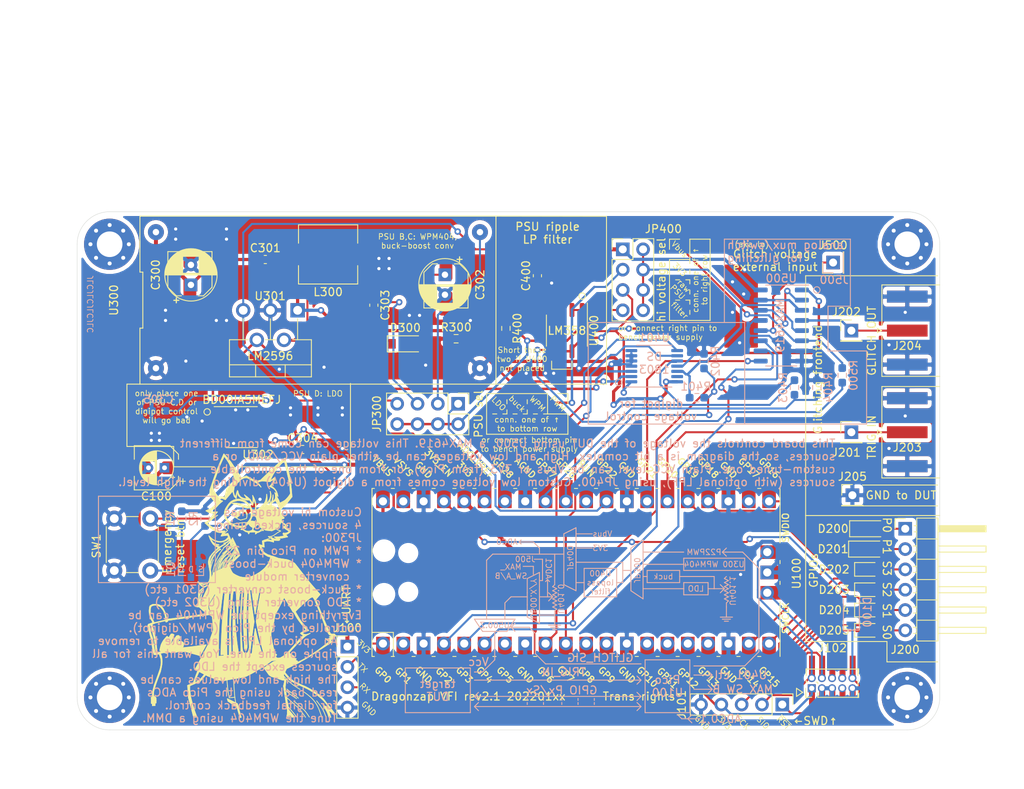
<source format=kicad_pcb>
(kicad_pcb (version 20211014) (generator pcbnew)

  (general
    (thickness 1.6)
  )

  (paper "A4")
  (layers
    (0 "F.Cu" signal)
    (31 "B.Cu" signal)
    (32 "B.Adhes" user "B.Adhesive")
    (33 "F.Adhes" user "F.Adhesive")
    (34 "B.Paste" user)
    (35 "F.Paste" user)
    (36 "B.SilkS" user "B.Silkscreen")
    (37 "F.SilkS" user "F.Silkscreen")
    (38 "B.Mask" user)
    (39 "F.Mask" user)
    (40 "Dwgs.User" user "User.Drawings")
    (41 "Cmts.User" user "User.Comments")
    (42 "Eco1.User" user "User.Eco1")
    (43 "Eco2.User" user "User.Eco2")
    (44 "Edge.Cuts" user)
    (45 "Margin" user)
    (46 "B.CrtYd" user "B.Courtyard")
    (47 "F.CrtYd" user "F.Courtyard")
    (48 "B.Fab" user)
    (49 "F.Fab" user)
  )

  (setup
    (pad_to_mask_clearance 0)
    (pcbplotparams
      (layerselection 0x00010fc_ffffffff)
      (disableapertmacros false)
      (usegerberextensions false)
      (usegerberattributes true)
      (usegerberadvancedattributes true)
      (creategerberjobfile true)
      (svguseinch false)
      (svgprecision 6)
      (excludeedgelayer true)
      (plotframeref false)
      (viasonmask false)
      (mode 1)
      (useauxorigin false)
      (hpglpennumber 1)
      (hpglpenspeed 20)
      (hpglpendiameter 15.000000)
      (dxfpolygonmode true)
      (dxfimperialunits true)
      (dxfusepcbnewfont true)
      (psnegative false)
      (psa4output false)
      (plotreference true)
      (plotvalue true)
      (plotinvisibletext false)
      (sketchpadsonfab false)
      (subtractmaskfromsilk false)
      (outputformat 1)
      (mirror false)
      (drillshape 0)
      (scaleselection 1)
      (outputdirectory "dragonzap/gerber/")
    )
  )

  (net 0 "")
  (net 1 "GND")
  (net 2 "VBUS")
  (net 3 "+3V3")
  (net 4 "+3.3VADC")
  (net 5 "Net-(D100-Pad1)")
  (net 6 "UART_RX")
  (net 7 "UART_TX")
  (net 8 "/controller/SWDIO")
  (net 9 "/controller/SWCLK")
  (net 10 "Net-(J102-Pad6)")
  (net 11 "Net-(J102-Pad7)")
  (net 12 "Net-(J102-Pad8)")
  (net 13 "GPIO_P0D")
  (net 14 "GPIO_P0W")
  (net 15 "GPIO_P1D")
  (net 16 "GPIO_P1W")
  (net 17 "TRIG_IN")
  (net 18 "GLITCH_OUT")
  (net 19 "P22PWM")
  (net 20 "ADC0")
  (net 21 "ADC1")
  (net 22 "Net-(U100-Pad34)")
  (net 23 "Net-(U100-Pad39)")
  (net 24 "GPIO_S3W")
  (net 25 "GPIO_S3D")
  (net 26 "GPIO_S2W")
  (net 27 "GPIO_S2D")
  (net 28 "GPIO_S1W")
  (net 29 "GPIO_S1D")
  (net 30 "GPIO_S0W")
  (net 31 "GPIO_S0D")
  (net 32 "DPOT_DAT")
  (net 33 "DPOT_CLK")
  (net 34 "Net-(U100-Pad7)")
  (net 35 "MAX_SW_B")
  (net 36 "MAX_SW_A")
  (net 37 "MAX_EN")
  (net 38 "DPOT_HI")
  (net 39 "Net-(C400-Pad1)")
  (net 40 "Net-(D300-Pad1)")
  (net 41 "Vdcflt")
  (net 42 "Vdclo")
  (net 43 "GLITCH_SIG")
  (net 44 "DPOT_W")
  (net 45 "/glitchout/Vglitch_lo")
  (net 46 "DPOT_LO")
  (net 47 "Net-(U100-Pad30)")
  (net 48 "Net-(JP400-Pad4)")
  (net 49 "Net-(JP300-Pad2)")
  (net 50 "Net-(C302-Pad1)")
  (net 51 "Net-(C305-Pad1)")
  (net 52 "EMERG_SHDN")
  (net 53 "~{EMERG_SHDN}")
  (net 54 "Net-(U401-Pad13)")
  (net 55 "Net-(U302-Pad4)")
  (net 56 "Net-(U302-Pad7)")
  (net 57 "Net-(U302-Pad6)")
  (net 58 "Net-(R403-Pad1)")
  (net 59 "Net-(J500-Pad1)")
  (net 60 "/glitchout/Vdclo_def")

  (footprint "Diode_SMD:D_SOD-123" (layer "F.Cu") (at 135.128 80.899))

  (footprint "Diode_SMD:D_SOD-123" (layer "F.Cu") (at 192.786 106.553))

  (footprint "Diode_SMD:D_SOD-123" (layer "F.Cu") (at 192.913 104.013))

  (footprint "Capacitor_SMD:CP_Elec_5x5.3" (layer "F.Cu") (at 108.204 72.136 90))

  (footprint "Capacitor_SMD:CP_Elec_5x5.3" (layer "F.Cu") (at 104.013 96.393 180))

  (footprint "Capacitor_SMD:C_0603_1608Metric_Pad1.08x0.95mm_HandSolder" (layer "F.Cu") (at 117.6285 70.358))

  (footprint "Capacitor_THT:CP_Radial_D6.3mm_P2.50mm" (layer "F.Cu") (at 140.081 72.263 -90))

  (footprint "Capacitor_SMD:C_0603_1608Metric_Pad1.08x0.95mm_HandSolder" (layer "F.Cu") (at 131.191 76.073 -90))

  (footprint "Capacitor_SMD:C_0603_1608Metric_Pad1.08x0.95mm_HandSolder" (layer "F.Cu") (at 151.638 72.39 90))

  (footprint "Diode_SMD:D_SOD-323" (layer "F.Cu") (at 192.786 109.093))

  (footprint "Diode_SMD:D_SOD-323" (layer "F.Cu") (at 192.786 111.633))

  (footprint "Diode_SMD:D_SOD-323" (layer "F.Cu") (at 192.786 114.173))

  (footprint "Diode_SMD:D_SOD-323" (layer "F.Cu") (at 192.786 116.713))

  (footprint "MountingHole:MountingHole_3.2mm_M3_Pad_Via" (layer "F.Cu") (at 98.171 68.453))

  (footprint "MountingHole:MountingHole_3.2mm_M3_Pad_Via" (layer "F.Cu") (at 197.866 125.095))

  (footprint "MountingHole:MountingHole_3.2mm_M3_Pad_Via" (layer "F.Cu") (at 197.866 68.453))

  (footprint "lethalbit-connectors:FTSH-105-01-L-DV-K-TR" (layer "F.Cu") (at 188.501354 123.314))

  (footprint "Connector_PinHeader_2.54mm:PinHeader_1x06_P2.54mm_Horizontal" (layer "F.Cu") (at 197.612 104.013))

  (footprint "Connector_PinHeader_2.54mm:PinHeader_1x01_P2.54mm_Vertical" (layer "F.Cu") (at 190.881 91.948))

  (footprint "Connector_Coaxial:SMA_Amphenol_132289_EdgeMount" (layer "F.Cu") (at 197.866 79.248))

  (footprint "Inductor_SMD:L_7.3x7.3_H4.5" (layer "F.Cu") (at 125.476 69.723))

  (footprint "Resistor_SMD:R_0603_1608Metric_Pad0.98x0.95mm_HandSolder" (layer "F.Cu") (at 141.478 80.264))

  (footprint "Resistor_SMD:R_0603_1608Metric_Pad0.98x0.95mm_HandSolder" (layer "F.Cu") (at 147.701 78.968 -90))

  (footprint "Button_Switch_THT:SW_PUSH_6mm" (layer "F.Cu") (at 103.251 102.743 -90))

  (footprint "chip-bo:VMA404-Module-THT" (layer "F.Cu") (at 124.206 75.438))

  (footprint "Package_TO_SOT_THT:TO-220-5_P3.4x3.7mm_StaggerOdd_Lead3.8mm_Vertical" (layer "F.Cu") (at 121.666 76.708 180))

  (footprint "Package_SO:SO-8_3.9x4.9mm_P1.27mm" (layer "F.Cu") (at 155.321 79.248 -90))

  (footprint "Connector_Coaxial:SMA_Amphenol_132289_EdgeMount" (layer "F.Cu") (at 197.866 91.948))

  (footprint "Connector_PinHeader_2.54mm:PinHeader_1x01_P2.54mm_Vertical" (layer "F.Cu") (at 190.881 79.248))

  (footprint "Package_SO:HSOP-8-1EP_3.9x4.9mm_P1.27mm_EP2.41x3.1mm" (layer "F.Cu") (at 114.681 91.313))

  (footprint "Capacitor_THT:CP_Radial_D4.0mm_P2.00mm" (layer "F.Cu") (at 105.029 96.393 180))

  (footprint "Capacitor_SMD:C_0603_1608Metric_Pad1.08x0.95mm_HandSolder" (layer "F.Cu") (at 122.301 94.107))

  (footprint "MountingHole:MountingHole_3.2mm_M3_Pad_Via" (layer "F.Cu") (at 98.171 125.095))

  (footprint "graphics:xenia" (layer "F.Cu")
    (tedit 61C154B6) (tstamp 00000000-0000-0000-0000-000061cb4a93)
    (at 116.078 111.252)
    (attr through_hole)
    (fp_text reference "GFX1" (at 0 0.5) (layer "F.SilkS") hide
      (effects (font (size 1 1) (thickness 0.15)))
      (tstamp af955edb-4849-4b65-b9d3-15c31dc09130)
    )
    (fp_text value "xenia" (at 0 -0.5) (layer "F.Fab")
      (effects (font (size 1 1) (thickness 0.15)))
      (tstamp 4b80a0c2-a6b8-4a3a-946d-9c751151a81a)
    )
    (fp_line (start -2.699243 0.577159) (end -2.482265 0.538041) (layer "F.SilkS") (width 0.1) (tstamp 004f1cac-5431-476d-8d12-f0d7e1d2971c))
    (fp_line (start 0.998035 -5.007568) (end 1.417534 -4.961009) (layer "F.SilkS") (width 0.1) (tstamp 02565f97-cd17-42be-94e0-c07f1614224c))
    (fp_line (start -1.058579 -11.47949) (end -0.715232 -10.946633) (layer "F.SilkS") (width 0.1) (tstamp 02dfc196-d6a5-419a-a42c-6b68de976338))
    (fp_line (start 5.099335 3.181341) (end 5.269838 3.103317) (layer "F.SilkS") (width 0.1) (tstamp 037de9aa-a34e-4431-8769-841d7d04060a))
    (fp_line (start -3.235395 -12.265232) (end -3.548467 -11.102808) (layer "F.SilkS") (width 0.1) (tstamp 0392df2f-b1af-48ff-aa24-2cc5cb8498b9))
    (fp_line (start -1.200487 -7.170056) (end -1.189857 -7.253607) (layer "F.SilkS") (width 0.1) (tstamp 03ceb6fa-e744-4405-b1b0-49ed782742c2))
    (fp_line (start -0.760132 -9.099812) (end -0.705707 -9.066646) (layer "F.SilkS") (width 0.1) (tstamp 04748a16-5476-4809-b159-9184ff58426c))
    (fp_line (start 4.58187 15.913862) (end 4.53935 16.318734) (layer "F.SilkS") (width 0.1) (tstamp 047ad835-c24f-4b94-8c87-da79f6183cc4))
    (fp_line (start -0.753754 -8.930796) (end -0.760132 -9.099812) (layer "F.SilkS") (width 0.1) (tstamp 0653ab69-e029-4b96-ac20-3fc5f586df4c))
    (fp_line (start 3.952132 10.372397) (end 3.479802 11.455544) (layer "F.SilkS") (width 0.1) (tstamp 0778d228-2b23-458f-a853-33dfe5d5d4fb))
    (fp_line (start -0.271007 -9.616787) (end -0.136007 -9.641874) (layer "F.SilkS") (width 0.1) (tstamp 07a6c6d8-e1c1-4f8f-af69-dfa81e0f4ba2))
    (fp_line (start -0.050733 -7.071495) (end -0.446932 -6.922464) (layer "F.SilkS") (width 0.1) (tstamp 0971e15a-5aee-4a87-83db-9158094b4670))
    (fp_line (start 0.017488 -7.081572) (end 0.065961 -7.361267) (layer "F.SilkS") (width 0.1) (tstamp 0a2dcef2-f4fa-403a-9225-8dae005dca8c))
    (fp_line (start 10.256122 6.014427) (end 10.165768 5.934065) (layer "F.SilkS") (width 0.1) (tstamp 0a998541-d8f3-40a0-8891-39bc18400019))
    (fp_line (start -0.097144 8.381542) (end -0.383216 8.400676) (layer "F.SilkS") (width 0.1) (tstamp 0ae1d5d9-ff38-4df1-bf18-dd6cd8c70511))
    (fp_line (start 1.655283 -10.326037) (end 1.550897 -10.19699) (layer "F.SilkS") (width 0.1) (tstamp 0ba84243-70c7-48df-bdf9-a84868bb200d))
    (fp_line (start -2.68655 -9.085993) (end -2.768188 -9.031568) (layer "F.SilkS") (width 0.1) (tstamp 0d0df2ac-f3f7-482e-ba7c-5f666b048a62))
    (fp_line (start 10.384191 6.087349) (end 10.027621 6.192797) (layer "F.SilkS") (width 0.1) (tstamp 0dc2cd70-6de8-45e8-a340-01c8679e5b63))
    (fp_line (start 3.76579 -6.598166) (end 3.956065 -6.349596) (layer "F.SilkS") (width 0.1) (tstamp 0ee88c70-b4a6-4a69-8494-c8cddbda5aef))
    (fp_line (start -3.619092 -4.014223) (end -4.053048 -3.440186) (layer "F.SilkS") (width 0.1) (tstamp 0fc4267c-2119-444e-b3b2-d8a7bd88ec8a))
    (fp_line (start -11.079063 8.253324) (end -11.346087 8.129166) (layer "F.SilkS") (width 0.1) (tstamp 1088c273-6236-415b-85a3-3a7f49436fe6))
    (fp_line (start 3.824042 -6.69915) (end 3.76579 -6.598166) (layer "F.SilkS") (width 0.1) (tstamp 110e359e-5f88-4430-8754-51124b3f8591))
    (fp_line (start -0.714593 0.406931) (end -0.462154 0.396301) (layer "F.SilkS") (width 0.1) (tstamp 113c2e5c-5d21-44b9-9699-61a03d05b219))
    (fp_line (start -0.584419 -9.95518) (end -0.614608 -10.023849) (layer "F.SilkS") (width 0.1) (tstamp 12a70400-b291-4d8b-93c0-ccb9a5f9af47))
    (fp_line (start 4.141983 11.615802) (end 4.027392 12.553106) (layer "F.SilkS") (width 0.1) (tstamp 1344c258-0a0e-4ec4-be37-1204c6a78d6a))
    (fp_line (start -2.058896 -8.588768) (end -1.816151 -8.800516) (layer "F.SilkS") (width 0.1) (tstamp 15726e40-44c3-4dfd-b1e6-c5949c00a75b))
    (fp_line (start 0.52883 -6.767394) (end 0.711452 -6.798434) (layer "F.SilkS") (width 0.1) (tstamp 1699bc09-f09e-4839-81f2-9ca65ce464d7))
    (fp_line (start -3.785279 -2.270788) (end -4.94377 -1.700982) (layer "F.SilkS") (width 0.1) (tstamp 16f5debb-7b35-41b9-bae0-84ba2f44a466))
    (fp_line (start -10.705294 4.290126) (end -10.773113 4.101764) (layer "F.SilkS") (width 0.1) (tstamp 17231e44-85ac-4aa3-a964-cf2197ceeee6))
    (fp_line (start -2.023604 -4.398792) (end -2.056557 -4.497672) (layer "F.SilkS") (width 0.1) (tstamp 175390ca-dcdb-4f63-8291-35ba8b07b140))
    (fp_line (start 9.062594 6.501448) (end 9.545575 6.870816) (layer "F.SilkS") (width 0.1) (tstamp 1819c0cd-3f0e-40a5-b093-f1bbee1c4b62))
    (fp_line (start -11.346087 8.129166) (end -11.962622 8.269056) (layer "F.SilkS") (width 0.1) (tstamp 1a52c975-2989-40aa-8d45-ddfa7f62da20))
    (fp_line (start -10.835617 4.409819) (end -10.692538 4.354544) (layer "F.SilkS") (width 0.1) (tstamp 1a6fe569-c5e5-4a21-a4ea-d60011b774d2))
    (fp_line (start 2.164541 -3.875056) (end 2.231509 -3.690096) (layer "F.SilkS") (width 0.1) (tstamp 1aac4077-bad0-4463-b828-61cc63a5ccc0))
    (fp_line (start -12.443584 14.541092) (end -12.110825 14.518557) (layer "F.SilkS") (width 0.1) (tstamp 1b2910e6-315c-4be6-b9e1-e1c7b037fc23))
    (fp_line (start -2.922258 -2.660056) (end -1.647369 -3.924825) (layer "F.SilkS") (width 0.1) (tstamp 1b2cb8f7-8af3-444a-a537-e59bc9bc19b4))
    (fp_line (start 1.355455 -5.598039) (end 1.813796 -5.730063) (layer "F.SilkS") (width 0.1) (tstamp 1bc22e41-50b0-4676-86e9-a264ed264ea5))
    (fp_line (start 5.416744 9.020209) (end 5.234122 9.134162) (layer "F.SilkS") (width 0.1) (tstamp 1dea7a53-5cac-46c5-8231-53d33f12b777))
    (fp_line (start -12.551074 13.779714) (end -12.706696 13.860076) (layer "F.SilkS") (width 0.1) (tstamp 1e0670b1-a793-48f4-9da3-84fa0c929ebd))
    (fp_line (start -10.667452 4.294378) (end -10.705294 4.290126) (layer "F.SilkS") (width 0.1) (tstamp 1f9097e7-c345-4ea0-87cd-6931bd3e5e20))
    (fp_line (start 9.552655 6.270651) (end 9.957527 6.281281) (layer "F.SilkS") (width 0.1) (tstamp 201a0ca7-5d89-410f-baa8-63fe4094eb66))
    (fp_line (start 5.210438 16.322837) (end 4.525042 15.474081) (layer "F.SilkS") (width 0.1) (tstamp 20ec6350-74a5-4d42-b316-fcebf33d4f1f))
    (fp_line (start -12.281945 6.716322) (end -12.091032 8.313426) (layer "F.SilkS") (width 0.1) (tstamp 210b172c-b965-4a60-99f4-39f3cf0b0a90))
    (fp_line (start -0.136007 -9.641597) (end -0.271007 -9.616511) (layer "F.SilkS") (width 0.1) (tstamp 21fe163d-5c16-42b5-8408-6e6165b7b3e7))
    (fp_line (start 1.551599 -10.196373) (end 1.654071 -10.325909) (layer "F.SilkS") (width 0.1) (tstamp 24336cbb-ed5d-44b0-bf02-d11ae0331fac))
    (fp_line (start 3.531508 -8.094774) (end 3.55787 -8.163018) (layer "F.SilkS") (width 0.1) (tstamp 267be05a-0275-4937-bf0c-a7a54781ce5a))
    (fp_line (start -8.918702 7.383456) (end -8.770521 7.262913) (layer "F.SilkS") (width 0.1) (tstamp 278c08c8-62b2-42d5-ba30-8cbcfc259807))
    (fp_line (start -2.768188 -9.031568) (end -2.728921 -9.000571) (layer "F.SilkS") (width 0.1) (tstamp 280b0630-d0d3-42bc-a3bf-d42ba3faa203))
    (fp_line (start -2.839558 -5.555073) (end -2.839345 -5.555094) (layer "F.SilkS") (width 0.1) (tstamp 28fad468-16c1-495b-a9b8-03671489953a))
    (fp_line (start 2.94212 8.502787) (end 2.707113 8.306559) (layer "F.SilkS") (width 0.1) (tstamp 29247d4e-2970-4492-af98-cbe5a7c43fda))
    (fp_line (start -2.567432 -10.399893) (end -2.567432 -10.400064) (layer "F.SilkS") (width 0.1) (tstamp 2bbea1b1-e705-490b-b432-497187335772))
    (fp_line (start -10.724534 4.222797) (end -10.772326 4.101105) (layer "F.SilkS") (width 0.1) (tstamp 2bd2d474-3a38-4ffe-b461-01e9a7bfe422))
    (fp_line (start -0.950855 -13.622907) (end -0.731411 -13.622907) (layer "F.SilkS") (width 0.1) (tstamp 2e49cb80-72d5-4c7c-ad59-9d99ad1c9f65))
    (fp_line (start 0.823747 -9.734949) (end 1.307154 -10.144201) (layer "F.SilkS") (width 0.1) (tstamp 2eb5c7ae-ece1-4fed-b4e9-592cfba8365c))
    (fp_line (start 7.845447 1.604775) (end 7.734896 1.654948) (layer "F.SilkS") (width 0.1) (tstamp 2f4248fc-bac1-4746-8fce-b7d7e338527c))
    (fp_line (start -3.250381 11.652943) (end -2.433578 11.510927) (layer "F.SilkS") (width 0.1) (tstamp 2f670aab-9e89-41fe-876d-bce239efa431))
    (fp_line (start 0.832973 -5.261113) (end 0.774721 -5.194995) (layer "F.SilkS") (width 0.1) (tstamp 2fab88e5-3684-4e86-847a-a61e40f2929d))
    (fp_line (start -3.692013 -6.537745) (end -3.495785 -6.948273) (layer "F.SilkS") (width 0.1) (tstamp 307d06a5-a22d-4946-8b80-4f092fd73e46))
    (fp_line (start -0.419655 -9.922015) (end -0.584419 -9.95518) (layer "F.SilkS") (width 0.1) (tstamp 30834466-df1e-45cc-9752-de058ac1c411))
    (fp_line (start -1.29977 -7.131533) (end -0.950173 -6.910133) (layer "F.SilkS") (width 0.1) (tstamp 33745c76-493d-4e4a-a755-f97ece143302))
    (fp_line (start 2.911548 -11.493032) (end 3.13129 -11.295316) (layer "F.SilkS") (width 0.1) (tstamp 34fece71-a06e-47e2-b5dc-947ddf87b09e))
    (fp_line (start -2.265074 13.81847) (end -2.435578 11.510119) (layer "F.SilkS") (width 0.1) (tstamp 3525d7fb-9fbb-407a-b98f-dbe710a5769f))
    (fp_line (start 2.337853 -6.991643) (end 2.882955 -7.225459) (layer "F.SilkS") (width 0.1) (tstamp 39bba2de-58c8-476c-98e2-bfd08f6032b9))
    (fp_line (start 0.636661 -7.835255) (end 0.978307 -7.395325) (layer "F.SilkS") (width 0.1) (tstamp 3a95a55b-8a78-4e07-8313-782b4be21acd))
    (fp_line (start -0.023819 -7.012265) (end -0.050733 -7.071495) (layer "F.SilkS") (width 0.1) (tstamp 3b6c68ad-83f1-4a2b-98c7-df1fa569cc7b))
    (fp_line (start -1.479203 -7.201053) (end -1.470699 -7.127281) (layer "F.SilkS") (width 0.1) (tstamp 3c1baf09-a0fa-4d5b-9e19-dad36989c504))
    (fp_line (start 0.636957 -7.835127) (end 0.567013 -8.025403) (layer "F.SilkS") (width 0.1) (tstamp 3c8fa5c9-e85d-47eb-8ff6-525f12f1e0f8))
    (fp_line (start 5.077543 8.647949) (end 4.922346 8.701524) (layer "F.SilkS") (width 0.1) (tstamp 40305e0e-c9f1-49e6-9a11-38396c5aad44))
    (fp_line (start 3.802463 11.057008) (end 4.193772 10.248454) (layer "F.SilkS") (width 0.1) (tstamp 4213bb43-a38a-4b14-8bc2-c3c7ea3d73b0))
    (fp_line (start -3.415423 -5.326615) (end -3.508541 -5.332993) (layer "F.SilkS") (width 0.1) (tstamp 4274c955-0ff2-4ffd-b308-32c7740d7229))
    (fp_line (start -0.53786 -6.616024) (end -0.522978 -6.728701) (layer "F.SilkS") (width 0.1) (tstamp 42bc3c7f-b3b6-4f0c-a537-b14815fbc249))
    (fp_line (start 5.09942 3.182085) (end 5.099335 3.181341) (layer "F.SilkS") (width 0.1) (tstamp 4338d29b-6c04-409d-875e-313e19a0fd23))
    (fp_line (start -8.901056 7.197645) (end -8.941025 7.197645) (layer "F.SilkS") (width 0.1) (tstamp 438bd43d-22e5-4570-965f-181e769703d4))
    (fp_line (start 0.321759 -6.836064) (end 0.360027 -6.835298) (layer "F.SilkS") (width 0.1) (tstamp 4392324d-9081-4a90-a8f8-034039c26428))
    (fp_line (start -4.421864 -8.927692) (end -5.015118 -8.576139) (layer "F.SilkS") (width 0.1) (tstamp 43beef6b-84fd-4602-9d39-3c51fadccc5b))
    (fp_line (start -10.692538 4.354544) (end -10.667452 4.294378) (layer "F.SilkS") (width 0.1) (tstamp 43daede3-09f4-4370-a4cd-1742a0f3e737))
    (fp_line (start 5.004133 3.149642) (end 5.10129 3.181957) (layer "F.SilkS") (width 0.1) (tstamp 43f6715d-6047-4a53-9965-45b03d6a45a3))
    (fp_line (start -4.381109 -11.064391) (end -4.310739 -11.182596) (layer "F.SilkS") (width 0.1) (tstamp 44a3d6e0-81da-4c53-981a-168ed3134773))
    (fp_line (start -0.023841 -7.012478) (end 0.260403 -6.891084) (layer "F.SilkS") (width 0.1) (tstamp 455224ec-2cfb-4dcc-94d6-2eef7f2439f1))
    (fp_line (start -5.490765 3.472622) (end -7.838808 3.820986) (layer "F.SilkS") (width 0.1) (tstamp 456f3608-87cf-433a-aedd-b2464bdf3711))
    (fp_line (start 0.359176 -6.835298) (end 0.320909 -6.836064) (layer "F.SilkS") (width 0.1) (tstamp 46088382-79ac-4353-aa89-fc04c12ff305))
    (fp_line (start 3.761942 -7.448985) (end 4.562098 -6.916851) (layer "F.SilkS") (width 0.1) (tstamp 46331abf-ef2b-44f7-8e7b-2addf2a04973))
    (fp_line (start -3.623323 8.650245) (end -4.324302 8.722316) (layer "F.SilkS") (width 0.1) (tstamp 4791f0c8-eca1-472a-b5e7-1c3eff883c30))
    (fp_line (start 4.773995 8.430886) (end 4.588609 8.485737) (layer "F.SilkS") (width 0.1) (tstamp 4792c2b5-7bb0-4ba2-b6f2-3ef1f0e802ce))
    (fp_line (start 4.90149 16.307955) (end 5.210438 16.322837) (layer "F.SilkS") (width 0.1) (tstamp 48eb0b93-a5c1-4cfc-924a-acc48d7a1400))
    (fp_line (start -5.027428 3.476363) (end -5.115231 3.542269) (layer "F.SilkS") (width 0.1) (tstamp 49c7cb3f-a658-4999-a305-f40b4dfcb82f))
    (fp_line (start -10.87027 4.151512) (end -10.85964 4.243567) (layer "F.SilkS") (width 0.1) (tstamp 4a1cfed3-30cf-4c54-9500-d2ce3443bf5d))
    (fp_line (start 4.867007 -11.229325) (end 4.695227 -11.592231) (layer "F.SilkS") (width 0.1) (tstamp 4b350e10-f521-4ea2-b8db-8f9036604b5f))
    (fp_line (start -2.982275 0.584047) (end -3.46566 0.614236) (layer "F.SilkS") (width 0.1) (tstamp 4b8be3ff-4f25-49f4-9eee-d26026895d38))
    (fp_line (start 2.98583 -11.581707) (end 2.741129 -11.748809) (layer "F.SilkS") (width 0.1) (tstamp 4c0cd657-4a0d-4409-9555-bb1ce90e34ed))
    (fp_line (start 1.550897 -10.19699) (end 1.669101 -10.238234) (layer "F.SilkS") (width 0.1) (tstamp 4c4881cd-1350-4a28-b356-f3643fc5503d))
    (fp_line (start -6.083766 0.076404) (end -5.819251 -0.058596) (layer "F.SilkS") (width 0.1) (tstamp 4f61ecac-c991-4ada-87f6-95087892525e))
    (fp_line (start 1.242735 10.054437) (end 1.22105 9.974287) (layer "F.SilkS") (width 0.1) (tstamp 50cd2860-5a3b-49f4-b0e5-143db7d397c7))
    (fp_line (start -8.961434 7.519094) (end -8.918702 7.383456) (layer "F.SilkS") (width 0.1) (tstamp 511ca6ca-1c86-41e8-b3f2-11a64d5df8db))
    (fp_line (start 4.879742 8.498492) (end 4.786411 8.608406) (layer "F.SilkS") (width 0.1) (tstamp 518648e5-4c77-424a-b965-aef22f525c53))
    (fp_line (start -2.482371 0.53921) (end -2.699349 0.578328) (layer "F.SilkS") (width 0.1) (tstamp 52c6d709-bf2c-4bb8-aab3-486121f784ad))
    (fp_line (start 2.196154 -10.312303) (end 2.152146 -10.847902) (layer "F.SilkS") (width 0.1) (tstamp 52f557c6-497a-45d3-b9e2-7c54cb5ca23a))
    (fp_line (start -12.208875 14.527699) (end -12.324316 14.531951) (layer "F.SilkS") (width 0.1) (tstamp 52f9f752-d599-45aa-84e7-067d4712d497))
    (fp_line (start -7.212683 10.307067) (end -6.744393 10.596839) (layer "F.SilkS") (width 0.1) (tstamp 5341f75f-445e-45d6-8d7c-693459db4b8f))
    (fp_line (start -12.503345 4.528492) (end -13.04073 4.7092) (layer "F.SilkS") (width 0.1) (tstamp 55366e14-cec9-493d-901d-448b04d2f286))
    (fp_line (start 4.588609 8.485737) (end 4.879742 8.498492) (layer "F.SilkS") (width 0.1) (tstamp 580bcbef-c9c2-457f-8868-2dffbabb4aea))
    (fp_line (start 10.027621 6.192797) (end 10.256122 6.014427) (layer "F.SilkS") (width 0.1) (tstamp 5992c750-33c2-4cd0-8fc1-226c3984215d))
    (fp_line (start -10.857408 4.242058) (end -10.859577 4.243461) (layer "F.SilkS") (width 0.1) (tstamp 5a0ec604-4c22-4400-9220-19e76cf5f05c))
    (fp_line (start -13.04073 4.7092) (end -13.11599 4.844838) (layer "F.SilkS") (width 0.1) (tstamp 5aeb1e78-7ed8-446f-a1fa-e72019642e8e))
    (fp_line (start 2.278047 -6.178114) (end 2.254661 -6.053744) (layer "F.SilkS") (width 0.1) (tstamp 5b182f66-b0c8-4347-9c9e-3ee95097eabe))
    (fp_line (start 3.878467 -6.660457) (end 3.824042 -6.69915) (layer "F.SilkS") (width 0.1) (tstamp 5b1d9dd6-e256-4086-9ce7-efa87daa8a99))
    (fp_line (start 3.97269 -7.426811) (end 4.267905 -7.539488) (layer "F.SilkS") (width 0.1) (tstamp 5bce6732-4026-40a9-a828-7e9b55a30ffd))
    (fp_line (start -0.523191 -6.729339) (end -0.516813 -6.620064) (layer "F.SilkS") (width 0.1) (tstamp 5c9a0412-4fb3-44e0-8564-dd1f1d19974f))
    (fp_line (start -1.363486 0.468691) (end -1.262502 0.453809) (layer "F.SilkS") (width 0.1) (tstamp 5d335cde-5d82-409a-94b4-460411cc13b4))
    (fp_line (start -2.790809 -5.240427) (end -2.57719 -5.718179) (layer "F.SilkS") (width 0.1) (tstamp 659697ef-1fff-4bfd-84cb-8690a980c4b2))
    (fp_line (start 0.975627 -7.108827) (end 0.990509 -7.046749) (layer "F.SilkS") (width 0.1) (tstamp 65d3983e-1c45-41bc-a3b4-bd022070289f))
    (fp_line (start -10.859577 4.243461) (end -10.870207 4.151406) (layer "F.SilkS") (width 0.1) (tstamp 66a63530-21d0-4c46-9871-3b13e24c24f3))
    (fp_line (start -3.013421 -6.014668) (end -3.06859 -6.173224) (layer "F.SilkS") (width 0.1) (tstamp 66b7ab9e-b2bf-4ee7-8912-f23a2d210480))
    (fp_line (start 2.798403 8.735837) (end 2.94212 8.502787) (layer "F.SilkS") (width 0.1) (tstamp 66d971b9-10a0-41f4-91b7-1d6842ea0b4d))
    (fp_line (start -0.552019 -7.920528) (end -0.353877 -8.180791) (layer "F.SilkS") (width 0.1) (tstamp 66da1b23-6a31-4d09-b903-23246835c884))
    (fp_line (start -0.516813 -6.620064) (end -0.40371 -6.811827) (layer "F.SilkS") (width 0.1) (tstamp 67dceaff-b3ab-4673-8804-ffccf009d830))
    (fp_line (start -6.790889 2.401721) (end -6.940346 2.395343) (layer "F.SilkS") (width 0.1) (tstamp 687f3fb3-88e1-4140-99d0-932bef1b418f))
    (fp_line (start 4.525042 15.474081) (end 4.581806 15.914436) (layer "F.SilkS") (width 0.1) (tstamp 68c6af70-3963-40f7-a571-68a1083177e1))
    (fp_line (start 3.981279 10.706561) (end 3.921327 10.860227) (layer "F.SilkS") (width 0.1) (tstamp 68e8d19c-3f2e-4510-b728-540a6aad5333))
    (fp_line (start -4.555758 -1.880139) (end -4.770185 -1.786787) (layer "F.SilkS") (width 0.1) (tstamp 6a72c50c-7d61-40e1-9db3-e13eee38f0d7))
    (fp_line (start 4.463814 8.29865) (end 4.587334 8.28802) (layer "F.SilkS") (width 0.1) (tstamp 6ae637ec-7362-4a65-97c0-20e6d5770fa2))
    (fp_line (start 0.831253 0.253265) (end 1.081438 0.212021) (layer "F.SilkS") (width 0.1) (tstamp 6bac8064-9e5b-4360-8ae1-29dc97f679dc))
    (fp_line (start -0.050628 -7.071368) (end -0.023841 -7.012478) (layer "F.SilkS") (width 0.1) (tstamp 6def0e3c-7a9e-4825-984c-dcd13175ed64))
    (fp_line (start -1.482966 16.326622) (end -1.613502 16.326622) (layer "F.SilkS") (width 0.1) (tstamp 7004b745-8e5c-4780-8ef3-3997612a270f))
    (fp_line (start -4.017458 -4.642983) (end -4.118655 -4.734613) (layer "F.SilkS") (width 0.1) (tstamp 720c67b8-4657-41ae-ae43-c8da408b5d9e))
    (fp_line (start 9.500845 16.316587) (end 9.731897 16.316587) (layer "F.SilkS") (width 0.1) (tstamp 747aec7c-69d3-480d-850e-7b5b9dac4015))
    (fp_line (start -5.020625 -8.48823) (end -4.421864 -8.927692) (layer "F.SilkS") (width 0.1) (tstamp 7514181d-4b93-44cc-9ca7-051e857346c5))
    (fp_line (start 1.092131 -7.182599) (end 0.975627 -7.108827) (layer "F.SilkS") (width 0.1) (tstamp 76d5873b-ee9f-4286-852b-3e416f5e58d4))
    (fp_line (start -1.955062 14.629087) (end -1.482966 16.326622) (layer "F.SilkS") (width 0.1) (tstamp 791865d8-d8e2-4bb4-a45d-5c1ab6b1ca50))
    (fp_line (start 3.26967 -5.791504) (end 3.374481 -5.900354) (layer "F.SilkS") (width 0.1) (tstamp 7a194d1a-1282-4094-9dcc-620cb8f217b0))
    (fp_line (start -5.65404 3.373126) (end -5.490765 3.472622) (layer "F.SilkS") (width 0.1) (tstamp 7b3ca537-60ed-4e7b-97f3-871d59b36603))
    (fp_line (start 0.320909 -6.836064) (end 0.323034 -6.596465) (layer "F.SilkS") (width 0.1) (tstamp 7d579949-d2e9-45ae-9698-0cdea149db19))
    (fp_line (start -12.612153 4.669636) (end -12.765862 4.730652) (layer "F.SilkS") (width 0.1) (tstamp 7e3f02e6-08b0-4eba-ad24-218495a9d231))
    (fp_line (start -3.018353 -2.837788) (end -2.922258 -2.660056) (layer "F.SilkS") (width 0.1) (tstamp 7e9a1be5-219f-4a33-9196-b331202ab340))
    (fp_line (start 5.10129 3.181957) (end 5.271794 3.103934) (layer "F.SilkS") (width 0.1) (tstamp 7f2b987d-c54d-48dc-baee-31991a9bc8e8))
    (fp_line (start 4.587334 8.28802) (end 4.484224 8.388366) (layer "F.SilkS") (width 0.1) (tstamp 7fd42837-f5c5-4745-aa29-c722e6e8c542))
    (fp_line (start -12.328568 14.687573) (end -12.454214 14.691825) (layer "F.SilkS") (width 0.1) (tstamp 81426942-03df-4d35-9d29-ababe5398c8c))
    (fp_line (start -5.819251 -0.058596) (end -5.782259 -0.164257) (layer "F.SilkS") (width 0.1) (tstamp 8255a4a1-ab2d-4484-a456-579f6137ea5a))
    (fp_line (start 4.368889 -7.671512) (end 4.228999 -7.648126) (layer "F.SilkS") (width 0.1) (tstamp 831a4f32-12d2-4459-a312-8eb16d9bc613))
    (fp_line (start -8.941025 7.197645) (end -9.07156 7.624543) (layer "F.SilkS") (width 0.1) (tstamp 831bc991-45be-49b7-9a67-d2dfa8b7fc7b))
    (fp_line (start 10.153777 16.03534) (end 10.286013 15.948388) (layer "F.SilkS") (width 0.1) (tstamp 835102f4-9b14-413b-a145-1f010f51931f))
    (fp_line (start -1.200487 -7.170056) (end -1.200487 -7.170056) (layer "F.SilkS") (width 0.1) (tstamp 83e6323e-c1d6-44e5-ace0-3d300f8821e3))
    (fp_line (start -2.951363 8.57658) (end -3.253891 8.612296) (layer "F.SilkS") (width 0.1) (tstamp 84e61ea2-1c29-4ec5-923f-b6010cf9ee5a))
    (fp_line (start -2.231462 -13.327246) (end -3.235395 -12.265232) (layer "F.SilkS") (width 0.1) (tstamp 86915ed6-ec29-4952-8c3f-87e8b2adac8a))
    (fp_line (start -10.908538 4.337111) (end -10.835617 4.409819) (layer "F.SilkS") (width 0.1) (tstamp 86e1da85-bdb0-4d78-b747-ecb447b1b842))
    (fp_line (start -3.195575 14.016357) (end -1.955062 14.629087) (layer "F.SilkS") (width 0.1) (tstamp 877182c1-f7de-4075-b871-3852bba4d685))
    (fp_line (start 0.365554 -6.704763) (end 0.359176 -6.835298) (layer "F.SilkS") (width 0.1) (tstamp 87fb4618-ffba-4098-894c-2a108e97e5a6))
    (fp_line (start -4.244621 -5.197036) (end -4.324345 -5.268894) (layer "F.SilkS") (width 0.1) (tstamp 89c18b9c-1cb9-45ef-bf7e-879d882b206b))
    (fp_line (start -3.548467 -11.102808) (end -3.680278 -11.20443) (layer "F.SilkS") (width 0.1) (tstamp 8b487b8b-12fd-4cf3-8cdb-1ef50af640be))
    (fp_line (start -2.982169 0.583537) (end -2.699243 0.577159) (layer "F.SilkS") (width 0.1) (tstamp 8bcf2b99-1928-47d5-9785-f90fe779323f))
    (fp_line (start -6.682039 1.944741) (end -6.740291 2.002993) (layer "F.SilkS") (width 0.1) (tstamp 8c21236c-b177-4669-8716-36f516ca4a7d))
    (fp_line (start -12.671829 14.588332) (end -12.551286 14.590458) (layer "F.SilkS") (width 0.1) (tstamp 8c412f01-bba7-48e8-b847-df07ecccd1d3))
    (fp_line (start -0.529952 -10.830745) (end -0.519322 -10.91047) (layer "F.SilkS") (width 0.1) (tstamp 8f769b74-1b51-4a11-b217-f7821e4b85b4))
    (fp_line (start 2.697568 -6.216934) (end 3.078204 -5.960583) (layer "F.SilkS") (width 0.1) (tstamp 8ff96613-5ef2-4d3b-a3d6-dd6f490d1fbe))
    (fp_line (start -6.887005 10.525852) (end -6.746477 10.596222) (layer "F.SilkS") (width 0.1) (tstamp 91fab6d6-ef29-432f-80f4-5191a25f896a))
    (fp_line (start -4.650002 0.989642) (end -3.764935 0.613726) (layer "F.SilkS") (width 0.1) (tstamp 93bf1c04-96c6-49e8-9a85-ee6cc4606fcb))
    (fp_line (start 1.219116 9.972799) (end 1.219052 9.973394) (layer "F.SilkS") (width 0.1) (tstamp 93ca340a-e8ae-4e1b-bdac-fe7f0eea36ae))
    (fp_line (start -12.555538 14.874192) (end -12.244166 14.849105) (layer "F.SilkS") (width 0.1) (tstamp 9462ae22-4e7f-462a-824e-86cf308ddca1))
    (fp_line (start -12.123177 8.513863) (end -11.715753 8.379501) (layer "F.SilkS") (width 0.1) (tstamp 95b30749-aec6-48f0-8358-fd329add7197))
    (fp_line (start -10.851137 4.309473) (end -10.908538 4.337111) (layer "F.SilkS") (width 0.1) (tstamp 96116b5a-a0de-4cfe-b1e6-46c282049706))
    (fp_line (start -5.127987 3.687899) (end -5.047837 3.724891) (layer "F.SilkS") (width 0.1) (tstamp 970b75d2-be6a-4922-bf76-1e9d7e25dec5))
    (fp_line (start -1.262502 0.453809) (end -1.013932 0.449557) (layer "F.SilkS") (width 0.1) (tstamp 99fdad4b-67df-4338-ab02-f49dc004d666))
    (fp_line (start 2.998458 8.928026) (end 2.798403 8.735837) (layer "F.SilkS") (width 0.1) (tstamp 9e7cb52f-3bca-40b3-a79f-340d11cdb039))
    (fp_line (start 5.720887 6.712134) (end 6.335254 6.087093) (layer "F.SilkS") (width 0.1) (tstamp 9ec1c8c3-cc5a-45f3-bea9-696588128a47))
    (fp_line (start 1.367277 8.296758) (end 1.095364 8.31164) (layer "F.SilkS") (width 0.1) (tstamp 9fe4ec8e-d675-4b57-9038-b2ad5a9800f8))
    (fp_line (start 3.74706 -7.542316) (end 3.761942 -7.448985) (layer "F.SilkS") (width 0.1) (tstamp a120ec1a-c3ea-4c4e-ad75-54278c183a82))
    (fp_line (start 0.426188 -8.688901) (end 0.566716 -8.025531) (layer "F.SilkS") (width 0.1) (tstamp a21946e4-4c39-4737-801b-2250133670ba))
    (fp_line (start 0.467176 -6.79129) (end 0.365554 -6.704763) (layer "F.SilkS") (width 0.1) (tstamp a2e657e9-8fbb-46fe-96c9-f7babcd4a7d6))
    (fp_line (start -0.464088 -6.840528) (end -0.523191 -6.729339) (layer "F.SilkS") (width 0.1) (tstamp a2eca0c6-0180-41a9-ba6c-74c3cbd500fd))
    (fp_line (start -2.42565 8.523069) (end -2.710361 8.529447) (layer "F.SilkS") (width 0.1) (tstamp a36d7b4b-db39-449f-92b3-ad84819e8020))
    (fp_line (start -3.763999 0.614406) (end -4.65096 0.989557) (layer "F.SilkS") (width 0.1) (tstamp a7238a92-fd90-4f03-97ca-e07dac351f72))
    (fp_line (start 4.267905 -7.539488) (end 4.368889 -7.671512) (layer "F.SilkS") (width 0.1) (tstamp a82dccd0-c2cd-4bf9-86b4-efddd3a8276f))
    (fp_line (start -0.670522 -6.851881) (end -0.53786 -6.616024) (layer "F.SilkS") (width 0.1) (tstamp a94bff12-7060-4bcd-bf86-841cb9e69064))
    (fp_line (start -0.404752 0.396089) (end -0.142746 0.3659) (layer "F.SilkS") (width 0.1) (tstamp abfde176-9928-4197-ac35-08e17e97277e))
    (fp_line (start 3.24756 9.045381) (end 3.4801 8.89316) (layer "F.SilkS") (width 0.1) (tstamp accfdd65-ff36-4857-91ff-9c83807ce9b1))
    (fp_line (start -0.590372 -6.842654) (end -0.464088 -6.840528) (layer "F.SilkS") (width 0.1) (tstamp acdd6813-47a9-43b9-8c0d-c0787f18321e))
    (fp_line (start 10.286013 15.948388) (end 8.789979 14.029963) (layer "F.SilkS") (width 0.1) (tstamp aea808cc-4bf1-43cf-a5ab-50c99cef3fb0))
    (fp_line (start 2.254661 -6.053744) (end 2.371165 -5.944893) (layer "F.SilkS") (width 0.1) (tstamp b0417074-2887-4d2d-b55d-004cff435a65))
    (fp_line (start -0.40371 -6.811827) (end 0.321759 -6.836064) (layer "F.SilkS") (width 0.1) (tstamp b0435ce7-bdba-4ce7-b15a-4c85a5fe1252))
    (fp_line (start 7.847488 1.605774) (end 8.38802 0.97155) (layer "F.SilkS") (width 0.1) (tstamp b2c5b0a8-32de-45f7-9091-78722b095b5b))
    (fp_line (start -2.943709 -5.906668) (end -2.916242 -5.843484) (layer "F.SilkS") (width 0.1) (tstamp b36fe0b5-bec7-4179-a8f9-f7d791244aaa))
    (fp_line (start -1.470699 -7.127281) (end -1.29977 -7.131533) (layer "F.SilkS") (width 0.1) (tstamp b3d2b3b2-eee3-4354-96ae-35ebc3a7e3fd))
    (fp_line (start -2.548723 -6.087781) (end -2.738786 -5.688011) (layer "F.SilkS") (width 0.1) (tstamp b3d7b958-bb22-4eab-8d78-ea0d69d46d8d))
    (fp_line (start 1.596288 -7.079446) (end 2.337853 -6.991643) (layer "F.SilkS") (width 0.1) (tstamp b3e6123a-0f64-4e83-8feb-91055195c388))
    (fp_line (start -2.839345 -5.555094) (end -2.87251 -5.653953) (layer "F.SilkS") (width 0.1) (tstamp b407a461-6c5c-47f0-9bdb-869e25d7cc7f))
    (fp_line (start -3.195469 14.016336) (end -3.195575 14.016357) (layer "F.SilkS") (width 0.1) (tstamp b4ac9ced-c2e0-4836-a46e-6affbff21678))
    (fp_line (start -1.262672 0.453299) (end -1.363656 0.468181) (layer "F.SilkS") (width 0.1) (tstamp b5439700-fda7-4956-b08c-8949e60f6fe5))
    (fp_line (start -1.189857 -7.253607) (end -1.389912 -7.251651) (layer "F.SilkS") (width 0.1) (tstamp b5b9cc39-57c4-4b34-9753-47ab693cf9f1))
    (fp_line (start -1.612056 0.483573) (end -1.363486 0.468691) (layer "F.SilkS") (width 0.1) (tstamp b6faa3d1-9cab-4cf0-bbf1-abc808bc9059))
    (fp_line (start -5.115231 3.542269) (end -5.127987 3.687899) (layer "F.SilkS") (width 0.1) (tstamp b719a6ee-0144-4966-8b91-52a9b865a921))
    (fp_line (start 3.301453 -9.46597) (end 3.588121 -8.53481) (layer "F.SilkS") (width 0.1) (tstamp b766fba3-ed3c-4f2a-a7b1-a58173e2399a))
    (fp_line (start -1.472081 8.437583) (end -1.785579 8.469473) (layer "F.SilkS") (width 0.1) (tstamp b82267cb-6ca9-4610-b2a5-a7ecbb1510d1))
    (fp_line (start -3.680278 -11.20443) (end -4.310717 -11.182319) (layer "F.SilkS") (width 0.1) (tstamp ba105837-9e06-4662-9965-7593b1cae8d0))
    (fp_line (start -0.404795 0.395004) (end -0.462196 0.395218) (layer "F.SilkS") (width 0.1) (tstamp baa08606-faaa-40a4-8243-f2559d90760d))
    (fp_line (start -0.087449 -8.809657) (end 0.146027 -8.894909) (layer "F.SilkS") (width 0.1) (tstamp bc4499ed-d675-4463-a987-f8cd58a9102c))
    (fp_line (start -2.093805 0.514655) (end -1.899489 4.624204) (layer "F.SilkS") (width 0.1) (tstamp be777c60-066a-42c5-a3fc-a93a51cb5f92))
    (fp_line (start 2.371165 -5.944893) (end 2.433244 -5.750579) (layer "F.SilkS") (width 0.1) (tstamp be982124-ae0b-4add-a6d8-2344db80a9aa))
    (fp_line (start -3.612693 8.448277) (end -3.623323 8.650245) (layer "F.SilkS") (width 0.1) (tstamp bf74c99b-6291-4cef-a3b3-a7e4ae401405))
    (fp_line (start -0.578892 -9.823156) (end -0.419655 -9.922015) (layer "F.SilkS") (width 0.1) (tstamp c41543a3-3bad-4682-9e5f-797025664df0))
    (fp_line (start 4.58187 15.913755) (end 4.90149 16.307955) (layer "F.SilkS") (width 0.1) (tstamp c43a9791-6012-406d-8c2c-303c5f2e5e41))
    (fp_line (start -0.353877 -8.180791) (end -0.087449 -8.809657) (layer "F.SilkS") (width 0.1) (tstamp c4416a0d-4e3c-4c32-a29d-3eba7ddf3012))
    (fp_line (start -3.465554 0.613726) (end -2.982169 0.583537) (layer "F.SilkS") (width 0.1) (tstamp c457d6bc-d372-4e5a-9060-512765531115))
    (fp_line (start -4.733128 0.923099) (end -4.650002 0.989642) (layer "F.SilkS") (width 0.1) (tstamp c50299e9-9259-4a70-896e-dc1c1b1ee1d5))
    (fp_line (start -2.922257 -2.659503) (end -3.018352 -2.837236) (layer "F.SilkS") (width 0.1) (tstamp c5f0e625-91e0-4e3b-82aa-8bf5701eb728))
    (fp_line (start -3.764935 0.613726) (end -3.465554 0.613726) (layer "F.SilkS") (width 0.1) (tstamp c898c915-89f5-4003-9fb8-8b0c3f06dfe7))
    (fp_line (start 4.330047 -6.234346) (end 4.089216 -6.498479) (layer "F.SilkS") (width 0.1) (tstamp c95246c9-d5b7-4a1a-acdf-abbfffd5ef88))
    (fp_line (start 4.695249 -11.592294) (end 4.867028 -11.229431) (layer "F.SilkS") (width 0.1) (tstamp c9a2e9f0-afbe-44db-b1e6-81fd64eb369e))
    (fp_line (start -2.468552 -5.478197) (end -2.427308 -5.415056) (layer "F.SilkS") (width 0.1) (tstamp ca7b197f-7808-47de-a461-95f69fe0e8ed))
    (fp_line (start -0.699988 -7.763205) (end -0.552019 -7.920528) (layer "F.SilkS") (width 0.1) (tstamp cb658bfb-bb44-442b-af68-cdf8168ed728))
    (fp_line (start -2.482265 0.538041) (end -2.093805 0.514655) (layer "F.SilkS") (width 0.1) (tstamp cc6a3e5e-2422-44b6-beae-ae2c7fe3db22))
    (fp_line (start 7.736937 1.655947) (end 7.847488 1.605774) (layer "F.SilkS") (width 0.1) (tstamp cd8fc82c-2372-4ab9-b58f-1c5bd1ca2b34))
    (fp_line (start 7.162964 1.383481) (end 7.487049 1.25167) (layer "F.SilkS") (width 0.1) (tstamp cdbabdff-d445-4ad0-8e7c-a52b2d06f74a))
    (fp_line (start -2.265074 13.818492) (end -2.151546 14.500359) (layer "F.SilkS") (width 0.1) (tstamp cdd161f0-22d1-4053-9a0b-ffab3a54d82f))
    (fp_line (start -6.730724 2.520138) (end -6.790889 2.401721) (layer "F.SilkS") (width 0.1) (tstamp cec05737-5b46-47f2-88a5-1b50d72128d9))
    (fp_line (start -10.85964 4.243567) (end -10.851137 4.309473) (layer "F.SilkS") (width 0.1) (tstamp cf686d81-9f88-4310-8cca-09c4155d1a81))
    (fp_line (start 5.423717 9.377374) (end 5.570623 9.455611) (layer "F.SilkS") (width 0.1) (tstamp cfac8b7e-1e41-47ee-8f09-44d931e7ee9a))
    (fp_line (start -0.332851 -6.886832) (end -0.023819 -7.012265) (layer "F.SilkS") (width 0.1) (tstamp cfbc958e-3fb8-49ab-a1a0-0abbb8af3f4b))
    (fp_line (start 2.575111 -5.582519) (end 2.566607 -5.800008) (layer "F.SilkS") (width 0.1) (tstamp d059ffa8-9d81-4f40-b0c7-ef6c05c002ef))
    (fp_line (start 0.978307 -7.395325) (end 1.596288 -7.079446) (layer "F.SilkS") (width 0.1) (tstamp d08ce24e-7717-4be5-87bb-ae091c6d4b8b))
    (fp_line (start -6.740291 2.002993) (end -6.697559 1.323252) (layer "F.SilkS") (width 0.1) (tstamp d4286bc5-3f3a-4659-80b9-42b41fa62ce8))
    (fp_line (start -2.364145 -5.272232) (end -2.325452 -5.192508) (layer "F.SilkS") (width 0.1) (tstamp d6a10cc9-e23d-4cff-880c-1c4e7c655172))
    (fp_line (start -8.810915 7.21274) (end -8.886174 7.308196) (layer "F.SilkS") (width 0.1) (tstamp d7a34f6a-64e4-4184-8b8e-74ea9a437afb))
    (fp_line (start 3.948093 11.551703) (end 3.802463 11.057008) (layer "F.SilkS") (width 0.1) (tstamp d86de366-b062-45a7-bdc6-eee27735041a))
    (fp_line (start 1.219052 9.973394) (end 1.334493 9.873048) (layer "F.SilkS") (width 0.1) (tstamp d98937cd-28a5-40ae-ab04-40417579821b))
    (fp_line (start 0.566716 -8.025531) (end 0.636661 -7.835255) (layer "F.SilkS") (width 0.1) (tstamp d9bcd9a9-a340-401d-98c0-3844ecd370f3))
    (fp_line (start 3.557401 -8.162274) (end 3.530613 -8.09403) (layer "F.SilkS") (width 0.1) (tstamp dc50a505-bdbb-49e4-a166-7ad91ea76a60))
    (fp_line (start 0.360027 -6.835298) (end 0.467176 -6.79129) (layer "F.SilkS") (width 0.1) (tstamp dc907d3a-ade0-4fb2-bac6-3f031f194fac))
    (fp_line (start -12.765862 4.730652) (end -12.281945 6.716322) (layer "F.SilkS") (width 0.1) (tstamp de4ffb7f-166e-4095-8b0a-e385f35bb285))
    (fp_line (start 9.914625 6.87845) (end 9.630849 6.725166) (layer "F.SilkS") (width 0.1) (tstamp e1273b4a-44d2-4a5c-a7b0-ed8c64acacc2))
    (fp_line (start -12.324316 14.531951) (end -12.328568 14.687573) (layer "F.SilkS") (width 0.1) (tstamp e257d839-8586-48e5-b48a-72d334801100))
    (fp_line (start -0.522978 -6.728701) (end -0.590372 -6.842654) (layer "F.SilkS") (width 0.1) (tstamp e5803e45-bd73-45c0-b324-74c3d0cd5ee0))
    (fp_line (start -3.983039 8.479741) (end -3.612693 8.448277) (layer "F.SilkS") (width 0.1) (tstamp e6a821a1-5d08-48bd-b8e3-94ecf04b3e69))
    (fp_line (start 0.146027 -8.894909) (end 0.426188 -8.688901) (layer "F.SilkS") (width 0.1) (tstamp e7aab7d4-78fb-4484-9ae2-48039fdcd717))
    (fp_line (start 2.120427 -10.202538) (end 2.241183 -10.185531) (layer "F.SilkS") (width 0.1) (tstamp e7b9820c-ebd4-46c0-8732-cafc559c4fbc))
    (fp_line (start -0.007897 -7.388394) (end -0.050628 -7.071368) (layer "F.SilkS") (width 0.1) (tstamp e9d7dac9-cbbf-4204-819c-cc96a1f4e4ef))
    (fp_line (start -7.002722 16.306531) (end -7.404278 16.31157) (layer "F.SilkS") (width 0.1) (tstamp eb1f5f67-1647-4e1c-ab18-120e742c63a6))
    (fp_line (start 0.503041 -13.110056) (end -0.809837 -13.824748) (layer "F.SilkS") (width 0.1) (tstamp ebf88075-73e2-4b25-844b-28376450bdd6))
    (fp_line (start -10.870207 4.151406) (end -12.356801 4.505467) (layer "F.SilkS") (width 0.1) (tstamp ec08b450-01ec-4ec7-a2c0-7827a3b475fe))
    (fp_line (start -9.297786 4.012324) (end -10.724534 4.222797) (layer "F.SilkS") (width 0.1) (tstamp edc7f88c-adf7-4cda-8c33-e16d801826cd))
    (fp_line (start -1.613502 16.326622) (end -1.975132 15.030877) (layer "F.SilkS") (width 0.1) (tstamp eebb738b-731b-4116-9d82-911722ba4406))
    (fp_line (start 0.260403 -6.891084) (end -0.332851 -6.886832) (layer "F.SilkS") (width 0.1) (tstamp eefbb01a-1017-402d-94d8-5e1519140627))
    (fp_line (start -2.313717 -12.553473) (end -1.521852 -13.397638) (layer "F.SilkS") (width 0.1) (tstamp ef7e2720-82b6-4019-98b0-a817c76185f2))
    (fp_line (start -5.125052 3.690641) (end -5.114422 3.531405) (layer "F.SilkS") (width 0.1) (tstamp f0fd2e44-a386-4ee9-98ea-d37af6599518))
    (fp_line (start -0.446932 -6.922464) (end -0.749927 -6.933093) (layer "F.SilkS") (width 0.1) (tstamp f149694e-4336-45f7-8a0b-aed91118ad18))
    (fp_line (start -2.951363 8.57658) (end -2.951363 8.57658) (layer "F.SilkS") (width 0.1) (tstamp f16f0137-553b-4915-92a0-bc14383612e0))
    (fp_line (start -8.770521 7.262913) (end -8.810915 7.21274) (layer "F.SilkS") (width 0.1) (tstamp f1cdea97-084c-4836-89b5-4ca1fb43c3fe))
    (fp_line (start -8.886174 7.308196) (end -8.901056 7.197645) (layer "F.SilkS") (width 0.1) (tstamp f20e571e-ac52-48d4-9703-457c2efebab3))
    (fp_line (start -0.462154 0.396301) (end -0.404752 0.396089) (layer "F.SilkS") (width 0.1) (tstamp f24191bb-7c3d-46c7-90d2-d6965006ff76))
    (fp_line (start -3.125587 -6.648084) (end -3.692013 -6.537745) (layer "F.SilkS") (width 0.1) (tstamp f345a031-cb21-4b90-913a-e2bf8193b582))
    (fp_line (start -0.353559 -8.180812) (end -0.5517 -7.920549) (layer "F.SilkS") (width 0.1) (tstamp f35b2073-882e-4ac0-9440-1e7208b06a2e))
    (fp_line (start -2.954021 13.8895) (end -2.265074 13.818492) (layer "F.SilkS") (width 0.1) (tstamp f474eb24-c3d2-44ec-9cc5-fc85f895cc59))
    (fp_line (start -4.310717 -11.182319) (end -4.381087 -11.064115) (layer "F.SilkS") (width 0.1) (tstamp f4ba32ab-ab3d-4753-a0b7-a2a898ba4b27))
    (fp_line (start -1.975132 15.030877) (end -3.120209 14.292586) (layer "F.SilkS") (width 0.1) (tstamp f4e3ae44-ee6a-42c9-9480-36f259d3a69a))
    (fp_line (start -3.963863 -6.339774) (end -3.148187 -6.432892) (layer "F.SilkS") (width 0.1) (tstamp f5ec4301-2f32-46c4-8f0d-2c5a15cb6fc4))
    (fp_line (start 3.863564 -7.531686) (end 3.74706 -7.542316) (layer "F.SilkS") (width 0.1) (tstamp f6dd3a30-118f-450f-a0e1-e755e60c59b2))
    (fp_line (start -1.871555 -11.918931) (end -1.940225 -12.001419) (layer "F.SilkS") (width 0.1) (tstamp f85a42e4-203a-4e25-98e4-36d444206b66))
    (fp_line (start -1.858607 -3.896465) (end -3.018353 -2.837788) (layer "F.SilkS") (width 0.1) (tstamp f93adc76-130d-446e-8a52-b160db229a99))
    (fp_line (start -3.758068 -6.759273) (end -3.963863 -6.339774) (layer "F.SilkS") (width 0.1) (tstamp fb527929-5a76-4386-92c7-ed3f3a2f2a66))
    (fp_line (start -6.744393 10.596839) (end -5.920744 11.018719) (layer "F.SilkS") (width 0.1) (tstamp fc065095-462f-46ee-8772-8e3d563d5f93))
    (fp_line (start -6.053407 10.967866) (end -5.922871 11.018039) (layer "F.SilkS") (width 0.1) (tstamp fd355cf0-3197-4532-afba-ec8717897bfb))
    (fp_line (start 2.241183 -10.185531) (end 2.422529 -10.528877) (layer "F.SilkS") (width 0.1) (tstamp fdff2fcd-c6ae-4363-94be-e87012c3e9e7))
    (fp_line (start -12.454214 14.691825) (end -12.443584 14.541092) (layer "F.SilkS") (width 0.1) (tstamp fe276b31-4f82-46e6-9162-872c14ea41bb))
    (fp_line (start 5.58019 9.318272) (end 5.423717 9.377374) (layer "F.SilkS") (width 0.1) (tstamp fe6083ad-2b4f-43c9-b95a-28723ffda0c4))
    (fp_line (start -1.389912 -7.251651) (end -1.479203 -7.201053) (layer "F.SilkS") (width 0.1) (tstamp fe6381fb-e684-46de-8891-ee7b19da70c7))
    (fp_line (start -12.091032 8.313426) (end -12.251756 8.313426) (layer "F.SilkS") (width 0.1) (tstamp fe98897e-19da-4293-b75e-59fc03fd1c77))
    (fp_line (start 3.55787 -8.163018) (end 3.585933 -8.535108) (layer "F.SilkS") (width 0.1) (tstamp fe9e9f21-2e7d-4a1f-9cf8-dbb5f94d13c1))
    (fp_line (start 2.227427 -3.687906) (end 2.162457 -3.8758) (layer "F.SilkS") (width 0.1) (tstamp febb7d9c-f8af-428a-b455-1415daa5c3f8))
    (fp_line (start 3.479802 11.455544) (end 3.948093 11.551703) (layer "F.SilkS") (width 0.1) (tstamp fee6e0a9-3581-4681-828a-d7e7c0b72a48))
    (fp_poly (pts
        (xy 4.191 -15.3924)
        (xy 4.445 -14.4272)
        (xy 4.6228 -13.589)
        (xy 4.7498 -12.6492)
        (xy 4.8768 -11.3284)
        (xy 4.699 -11.6078)
        (xy 4.572 -13.0556)
        (xy 4.3688
... [798656 chars truncated]
</source>
